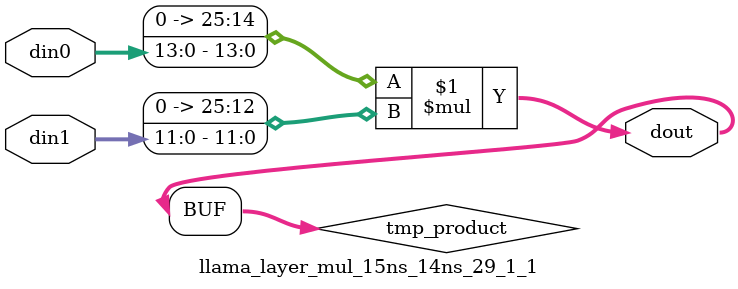
<source format=v>

`timescale 1 ns / 1 ps

 module llama_layer_mul_15ns_14ns_29_1_1(din0, din1, dout);
parameter ID = 1;
parameter NUM_STAGE = 0;
parameter din0_WIDTH = 14;
parameter din1_WIDTH = 12;
parameter dout_WIDTH = 26;

input [din0_WIDTH - 1 : 0] din0; 
input [din1_WIDTH - 1 : 0] din1; 
output [dout_WIDTH - 1 : 0] dout;

wire signed [dout_WIDTH - 1 : 0] tmp_product;
























assign tmp_product = $signed({1'b0, din0}) * $signed({1'b0, din1});











assign dout = tmp_product;





















endmodule

</source>
